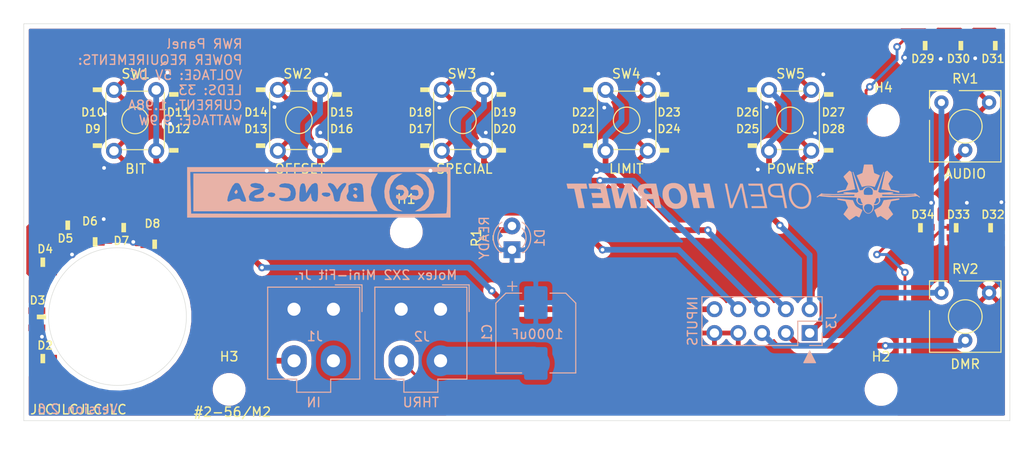
<source format=kicad_pcb>
(kicad_pcb (version 20171130) (host pcbnew "(5.1.12-1-10_14)")
  (title_block (title "ABSIS NANO GENERAL I/O") (date 2017-12-26) (rev -) (company "F/A-18C SIMPIT") (comment 1 "JOHN STEENSEN"))
  (layers (0 F.Cu signal hide) (31 B.Cu signal) (34 B.Paste user hide) (35 F.Paste user hide) (36 B.SilkS user) (37 F.SilkS user) (38 B.Mask user hide) (39 F.Mask user hide) (44 Edge.Cuts user))
  (net 0 "")
  (net 1 GND)
  (net 2 "Net-(D1-Pad2)")
  (net 3 /SPECIAL_SW)
  (net 4 /OFFSET_SW)
  (net 5 /BIT_SW)
  (net 6 /LIMIT_SW)
  (net 7 /POWER_SW)
  (net 8 /BL_+5V)
  (net 9 /BL_DIN)
  (net 10 "Net-(D2-Pad1)")
  (net 11 "Net-(D3-Pad1)")
  (net 12 "Net-(D4-Pad1)")
  (net 13 "Net-(D5-Pad1)")
  (net 14 "Net-(D6-Pad1)")
  (net 15 "Net-(D7-Pad1)")
  (net 16 "Net-(D8-Pad1)")
  (net 17 /BL_DATA1)
  (net 18 "Net-(D10-Pad1)")
  (net 19 "Net-(D11-Pad1)")
  (net 20 "Net-(D12-Pad1)")
  (net 21 "Net-(D13-Pad1)")
  (net 22 "Net-(D14-Pad1)")
  (net 23 "Net-(D15-Pad1)")
  (net 24 "Net-(D16-Pad1)")
  (net 25 /BL_DATA2)
  (net 26 "Net-(D18-Pad1)")
  (net 27 "Net-(D19-Pad1)")
  (net 28 "Net-(D20-Pad1)")
  (net 29 "Net-(D21-Pad1)")
  (net 30 "Net-(D22-Pad1)")
  (net 31 "Net-(D23-Pad1)")
  (net 32 "Net-(D24-Pad1)")
  (net 33 "Net-(D26-Pad1)")
  (net 34 "Net-(D27-Pad1)")
  (net 35 "Net-(D28-Pad1)")
  (net 36 "Net-(D29-Pad1)")
  (net 37 "Net-(D30-Pad1)")
  (net 38 "Net-(D31-Pad1)")
  (net 39 "Net-(D32-Pad1)")
  (net 40 /BL_DOUT)
  (net 41 /A_DMR)
  (net 42 /A_AUDIO)
  (net 43 +5V)
  (net 44 /BL_DATA3)
  (net 45 /BL_DATA4)
  (module Openhornet:CC-BY-NC-SA-Small (layer B.Cu) (at 158.285608 99.615561 180)
    (fp_text reference G*** hide)
    (fp_text value LOGO hide)
  )
  (module Openhornet:OH_LOGO_37.7mm_5.9mm (layer B.Cu) (at 203.475608 99.617739 180)
    (fp_text reference G*** hide)
    (fp_text value LOGO hide)
  )
  (module "KiCAD Libraries:WS2812-2020" (layer F.Cu) (at 222.620608 103.894084 180)
    (fp_text reference D34 (at 0 1.905) (layer F.SilkS) (effects (font (size 0.85 0.85))))
    (fp_text value LED hide)
    (pad 4 smd rect (at -0.915 0.55 180) (size 0.7 0.7) (layers F.Cu F.Paste F.Mask) (net 8 /BL_+5V))
    (pad 3 smd rect (at -0.915 -0.55 180) (size 0.7 0.7) (layers F.Cu F.Paste F.Mask) (net 45 /BL_DATA4))
    (pad 2 smd rect (at 0.915 -0.55 180) (size 0.7 0.7) (layers F.Cu F.Paste F.Mask) (net 1 GND))
    (pad 1 smd rect (at 0.915 0.55 180) (size 0.7 0.7) (layers F.Cu F.Paste F.Mask) (net 40 /BL_DOUT))
  )
  (module Button_Switch_THT:SW_TH_Tactile_Omron_B3F-10xx (layer F.Cu) (at 206.22128 95.175535 90)
    (fp_text reference SW5 (at 8.225974 2.302328 180) (layer F.SilkS))
    (fp_text value POWER (at -1.934026 2.302328 180) (layer F.SilkS))
    (pad 1 thru_hole circle (at 0 0 90) (size 1.7 1.7) (drill 1) (layers *.Cu *.Mask) (net 7 /POWER_SW))
    (pad 2 thru_hole circle (at 6.5 0 90) (size 1.7 1.7) (drill 1) (layers *.Cu *.Mask) (net 7 /POWER_SW))
    (pad 3 thru_hole circle (at 0 4.5 90) (size 1.7 1.7) (drill 1) (layers *.Cu *.Mask) (net 1 GND))
    (pad 4 thru_hole circle (at 6.5 4.5 90) (size 1.7 1.7) (drill 1) (layers *.Cu *.Mask) (net 1 GND))
  )
  (module Button_Switch_THT:SW_TH_Tactile_Omron_B3F-10xx (layer F.Cu) (at 188.784181 95.175535 90)
    (fp_text reference SW4 (at 8.225974 2.213427 180) (layer F.SilkS))
    (fp_text value LIMIT (at -1.934026 2.213427 180) (layer F.SilkS))
    (pad 1 thru_hole circle (at 0 0 90) (size 1.7 1.7) (drill 1) (layers *.Cu *.Mask) (net 6 /LIMIT_SW))
    (pad 2 thru_hole circle (at 6.5 0 90) (size 1.7 1.7) (drill 1) (layers *.Cu *.Mask) (net 6 /LIMIT_SW))
    (pad 3 thru_hole circle (at 0 4.5 90) (size 1.7 1.7) (drill 1) (layers *.Cu *.Mask) (net 1 GND))
    (pad 4 thru_hole circle (at 6.5 4.5 90) (size 1.7 1.7) (drill 1) (layers *.Cu *.Mask) (net 1 GND))
  )
  (module Button_Switch_THT:SW_TH_Tactile_Omron_B3F-10xx (layer F.Cu) (at 175.817482 88.673135 270)
    (fp_text reference SW3 (at -1.723574 2.345874 180) (layer F.SilkS))
    (fp_text value SPECIAL (at 8.436426 2.091874 180) (layer F.SilkS))
    (pad 1 thru_hole circle (at 0 0 270) (size 1.7 1.7) (drill 1) (layers *.Cu *.Mask) (net 3 /SPECIAL_SW))
    (pad 2 thru_hole circle (at 6.5 0 270) (size 1.7 1.7) (drill 1) (layers *.Cu *.Mask) (net 3 /SPECIAL_SW))
    (pad 3 thru_hole circle (at 0 4.5 270) (size 1.7 1.7) (drill 1) (layers *.Cu *.Mask) (net 1 GND))
    (pad 4 thru_hole circle (at 6.5 4.5 270) (size 1.7 1.7) (drill 1) (layers *.Cu *.Mask) (net 1 GND))
  )
  (module Button_Switch_THT:SW_TH_Tactile_Omron_B3F-10xx (layer F.Cu) (at 158.329581 88.673135 270)
    (fp_text reference SW2 (at -1.723574 2.383973 180) (layer F.SilkS))
    (fp_text value OFFSET (at 8.436426 2.129973 180) (layer F.SilkS))
    (pad 1 thru_hole circle (at 0 0 270) (size 1.7 1.7) (drill 1) (layers *.Cu *.Mask) (net 4 /OFFSET_SW))
    (pad 2 thru_hole circle (at 6.5 0 270) (size 1.7 1.7) (drill 1) (layers *.Cu *.Mask) (net 4 /OFFSET_SW))
    (pad 3 thru_hole circle (at 0 4.5 270) (size 1.7 1.7) (drill 1) (layers *.Cu *.Mask) (net 1 GND))
    (pad 4 thru_hole circle (at 6.5 4.5 270) (size 1.7 1.7) (drill 1) (layers *.Cu *.Mask) (net 1 GND))
  )
  (module Button_Switch_THT:SW_TH_Tactile_Omron_B3F-10xx (layer F.Cu) (at 140.854381 88.685835 270)
    (fp_text reference SW1 (at -1.736274 2.180773 180) (layer F.SilkS))
    (fp_text value BIT (at 8.423726 2.180773 180) (layer F.SilkS))
    (pad 1 thru_hole circle (at 0 0 270) (size 1.7 1.7) (drill 1) (layers *.Cu *.Mask) (net 5 /BIT_SW))
    (pad 2 thru_hole circle (at 6.5 0 270) (size 1.7 1.7) (drill 1) (layers *.Cu *.Mask) (net 5 /BIT_SW))
    (pad 3 thru_hole circle (at 0 4.5 270) (size 1.7 1.7) (drill 1) (layers *.Cu *.Mask) (net 1 GND))
    (pad 4 thru_hole circle (at 6.5 4.5 270) (size 1.7 1.7) (drill 1) (layers *.Cu *.Mask) (net 1 GND))
  )
  (module "KiCAD Libraries:Bourns_3310Y" (layer F.Cu) (at 227.150881 112.879335)
    (fp_text reference RV2 (at 0 -5.08) (layer F.SilkS))
    (fp_text value DMR (at 0 5.08) (layer F.SilkS))
    (pad 3 thru_hole circle (at 2.54 -2.54) (size 1.524 1.524) (drill 0.762) (layers *.Cu *.Mask) (net 1 GND))
    (pad 2 thru_hole circle (at 0 2.54) (size 1.524 1.524) (drill 0.762) (layers *.Cu *.Mask) (net 41 /A_DMR))
    (pad 1 thru_hole circle (at -2.54 -2.54) (size 1.524 1.524) (drill 0.762) (layers *.Cu *.Mask) (net 43 +5V))
  )
  (module "KiCAD Libraries:Bourns_3310Y" (layer F.Cu) (at 227.150881 92.559335)
    (fp_text reference RV1 (at 0 -5.08) (layer F.SilkS))
    (fp_text value AUDIO (at 0 5.08) (layer F.SilkS))
    (pad 3 thru_hole circle (at 2.54 -2.54) (size 1.524 1.524) (drill 0.762) (layers *.Cu *.Mask) (net 1 GND))
    (pad 2 thru_hole circle (at 0 2.54) (size 1.524 1.524) (drill 0.762) (layers *.Cu *.Mask) (net 42 /A_AUDIO))
    (pad 1 thru_hole circle (at -2.54 -2.54) (size 1.524 1.524) (drill 0.762) (layers *.Cu *.Mask) (net 43 +5V))
  )
  (module Resistor_SMD:R_0603_1608Metric (layer F.Cu) (at 176.265608 104.475561 270)
    (fp_text reference R1 (at 0 1.27 90) (layer F.SilkS))
    (fp_text value R)
    (pad 2 smd roundrect (at 0.825 0 270) (size 0.8 0.95) (layers F.Cu F.Paste F.Mask) (net 1 GND))
    (pad 1 smd roundrect (at -0.825 0 270) (size 0.8 0.95) (layers F.Cu F.Paste F.Mask) (net 2 "Net-(D1-Pad2)"))
  )
  (module Connector_PinHeader_2.54mm:PinHeader_2x05_P2.54mm_Vertical (layer B.Cu) (at 210.555608 114.635561 90)
    (fp_text reference J3 (at 1.27 2.33 90) (layer B.SilkS) (effects (justify mirror)))
    (fp_text value INPUTS (at 1.27 -12.49 90) (layer B.SilkS) (effects (justify mirror)))
    (pad 10 thru_hole oval (at 2.54 -10.16 90) (size 1.7 1.7) (drill 1) (layers *.Cu *.Mask) (net 5 /BIT_SW))
    (pad 9 thru_hole oval (at 0 -10.16 90) (size 1.7 1.7) (drill 1) (layers *.Cu *.Mask) (net 1 GND))
    (pad 8 thru_hole oval (at 2.54 -7.62 90) (size 1.7 1.7) (drill 1) (layers *.Cu *.Mask) (net 4 /OFFSET_SW))
    (pad 7 thru_hole oval (at 0 -7.62 90) (size 1.7 1.7) (drill 1) (layers *.Cu *.Mask) (net 1 GND))
    (pad 6 thru_hole oval (at 2.54 -5.08 90) (size 1.7 1.7) (drill 1) (layers *.Cu *.Mask) (net 3 /SPECIAL_SW))
    (pad 5 thru_hole oval (at 0 -5.08 90) (size 1.7 1.7) (drill 1) (layers *.Cu *.Mask) (net 43 +5V))
    (pad 4 thru_hole oval (at 2.54 -2.54 90) (size 1.7 1.7) (drill 1) (layers *.Cu *.Mask) (net 6 /LIMIT_SW))
    (pad 3 thru_hole oval (at 0 -2.54 90) (size 1.7 1.7) (drill 1) (layers *.Cu *.Mask) (net 41 /A_DMR))
    (pad 2 thru_hole oval (at 2.54 0 90) (size 1.7 1.7) (drill 1) (layers *.Cu *.Mask) (net 7 /POWER_SW))
    (pad 1 thru_hole rect (at 0 0 90) (size 1.7 1.7) (drill 1) (layers *.Cu *.Mask) (net 42 /A_AUDIO))
  )
  (module Connector_Molex:Molex_Mini-Fit_Jr_5566-04A_2x02_P4.20mm_Vertical (layer B.Cu) (at 171.185608 112.095561 180)
    (fp_text reference J2 (at 1.99 -2.93) (layer B.SilkS) (effects (justify mirror)))
    (fp_text value THRU (at 2.1 -9.95) (layer B.SilkS) (effects (justify mirror)))
    (pad 4 thru_hole oval (at 4.2 -5.5 180) (size 2.7 3.3) (drill 1.4) (layers *.Cu *.Mask) (net 40 /BL_DOUT))
    (pad 3 thru_hole oval (at 0 -5.5 180) (size 2.7 3.3) (drill 1.4) (layers *.Cu *.Mask) (net 1 GND))
    (pad 2 thru_hole oval (at 4.2 0 180) (size 2.7 3.3) (drill 1.4) (layers *.Cu *.Mask) (net 8 /BL_+5V))
    (pad 1 thru_hole roundrect (at 0 0 180) (size 2.7 3.3) (drill 1.4) (layers *.Cu *.Mask) (roundrect_rratio 0.09259296296296296) (net 8 /BL_+5V))
  )
  (module Connector_Molex:Molex_Mini-Fit_Jr_5566-04A_2x02_P4.20mm_Vertical (layer B.Cu) (at 159.755608 112.095561 180)
    (fp_text reference J1 (at 1.98 -2.9) (layer B.SilkS) (effects (justify mirror)))
    (fp_text value IN (at 2.1 -9.95) (layer B.SilkS) (effects (justify mirror)))
    (pad 4 thru_hole oval (at 4.2 -5.5 180) (size 2.7 3.3) (drill 1.4) (layers *.Cu *.Mask) (net 9 /BL_DIN))
    (pad 3 thru_hole oval (at 0 -5.5 180) (size 2.7 3.3) (drill 1.4) (layers *.Cu *.Mask) (net 1 GND))
    (pad 2 thru_hole oval (at 4.2 0 180) (size 2.7 3.3) (drill 1.4) (layers *.Cu *.Mask) (net 8 /BL_+5V))
    (pad 1 thru_hole roundrect (at 0 0 180) (size 2.7 3.3) (drill 1.4) (layers *.Cu *.Mask) (roundrect_rratio 0.09259296296296296) (net 8 /BL_+5V))
  )
  (module MountingHole:MountingHole_2.5mm (layer F.Cu) (at 218.419631 91.924335)
    (fp_text reference H4 (at 0 -3.5) (layer F.SilkS))
    (fp_text value MountingHole)
    (pad 1 np_thru_hole circle (at 0 0) (size 2.5 2.5) (drill 2.5) (layers *.Cu *.Mask))
  )
  (module MountingHole:MountingHole_2.5mm (layer F.Cu) (at 148.633132 120.658084)
    (fp_text reference H3 (at 0 -3.5) (layer F.SilkS))
    (fp_text value MountingHole)
    (pad 1 np_thru_hole circle (at 0 0) (size 2.5 2.5) (drill 2.5) (layers *.Cu *.Mask))
  )
  (module MountingHole:MountingHole_2.5mm (layer F.Cu) (at 218.16563 120.658084)
    (fp_text reference H2 (at 0 -3.5) (layer F.SilkS))
    (fp_text value MountingHole)
    (pad 1 np_thru_hole circle (at 0 0) (size 2.5 2.5) (drill 2.5) (layers *.Cu *.Mask))
  )
  (module MountingHole:MountingHole_2.5mm (layer F.Cu) (at 167.533132 103.830585)
    (fp_text reference H1 (at 0 -3.5) (layer F.SilkS))
    (fp_text value MountingHole)
    (pad 1 np_thru_hole circle (at 0 0) (size 2.5 2.5) (drill 2.5) (layers *.Cu *.Mask))
  )
  (module "KiCAD Libraries:WS2812-2020" (layer F.Cu) (at 226.430608 103.894084 180)
    (fp_text reference D33 (at 0 1.905) (layer F.SilkS) (effects (font (size 0.85 0.85))))
    (fp_text value LED hide)
    (pad 4 smd rect (at -0.915 0.55 180) (size 0.7 0.7) (layers F.Cu F.Paste F.Mask) (net 8 /BL_+5V))
    (pad 3 smd rect (at -0.915 -0.55 180) (size 0.7 0.7) (layers F.Cu F.Paste F.Mask) (net 39 "Net-(D32-Pad1)"))
    (pad 2 smd rect (at 0.915 -0.55 180) (size 0.7 0.7) (layers F.Cu F.Paste F.Mask) (net 1 GND))
    (pad 1 smd rect (at 0.915 0.55 180) (size 0.7 0.7) (layers F.Cu F.Paste F.Mask) (net 45 /BL_DATA4))
  )
  (module "KiCAD Libraries:WS2812-2020" (layer F.Cu) (at 230.10363 103.894084 180)
    (fp_text reference D32 (at 0 1.905) (layer F.SilkS) (effects (font (size 0.85 0.85))))
    (fp_text value LED hide)
    (pad 4 smd rect (at -0.915 0.55 180) (size 0.7 0.7) (layers F.Cu F.Paste F.Mask) (net 8 /BL_+5V))
    (pad 3 smd rect (at -0.915 -0.55 180) (size 0.7 0.7) (layers F.Cu F.Paste F.Mask) (net 38 "Net-(D31-Pad1)"))
    (pad 2 smd rect (at 0.915 -0.55 180) (size 0.7 0.7) (layers F.Cu F.Paste F.Mask) (net 1 GND))
    (pad 1 smd rect (at 0.915 0.55 180) (size 0.7 0.7) (layers F.Cu F.Paste F.Mask) (net 39 "Net-(D32-Pad1)"))
  )
  (module "KiCAD Libraries:WS2812-2020" (layer F.Cu) (at 230.10363 83.447084)
    (fp_text reference D31 (at 0 1.905) (layer F.SilkS) (effects (font (size 0.85 0.85))))
    (fp_text value LED hide)
    (pad 4 smd rect (at -0.915 0.55) (size 0.7 0.7) (layers F.Cu F.Paste F.Mask) (net 8 /BL_+5V))
    (pad 3 smd rect (at -0.915 -0.55) (size 0.7 0.7) (layers F.Cu F.Paste F.Mask) (net 37 "Net-(D30-Pad1)"))
    (pad 2 smd rect (at 0.915 -0.55) (size 0.7 0.7) (layers F.Cu F.Paste F.Mask) (net 1 GND))
    (pad 1 smd rect (at 0.915 0.55) (size 0.7 0.7) (layers F.Cu F.Paste F.Mask) (net 38 "Net-(D31-Pad1)"))
  )
  (module "KiCAD Libraries:WS2812-2020" (layer F.Cu) (at 226.430608 83.447084)
    (fp_text reference D30 (at 0 1.905) (layer F.SilkS) (effects (font (size 0.85 0.85))))
    (fp_text value LED hide)
    (pad 4 smd rect (at -0.915 0.55) (size 0.7 0.7) (layers F.Cu F.Paste F.Mask) (net 8 /BL_+5V))
    (pad 3 smd rect (at -0.915 -0.55) (size 0.7 0.7) (layers F.Cu F.Paste F.Mask) (net 36 "Net-(D29-Pad1)"))
    (pad 2 smd rect (at 0.915 -0.55) (size 0.7 0.7) (layers F.Cu F.Paste F.Mask) (net 1 GND))
    (pad 1 smd rect (at 0.915 0.55) (size 0.7 0.7) (layers F.Cu F.Paste F.Mask) (net 37 "Net-(D30-Pad1)"))
  )
  (module "KiCAD Libraries:WS2812-2020" (layer F.Cu) (at 222.620608 83.447084)
    (fp_text reference D29 (at 0 1.905) (layer F.SilkS) (effects (font (size 0.85 0.85))))
    (fp_text value LED hide)
    (pad 4 smd rect (at -0.915 0.55) (size 0.7 0.7) (layers F.Cu F.Paste F.Mask) (net 8 /BL_+5V))
    (pad 3 smd rect (at -0.915 -0.55) (size 0.7 0.7) (layers F.Cu F.Paste F.Mask) (net 35 "Net-(D28-Pad1)"))
    (pad 2 smd rect (at 0.915 -0.55) (size 0.7 0.7) (layers F.Cu F.Paste F.Mask) (net 1 GND))
    (pad 1 smd rect (at 0.915 0.55) (size 0.7 0.7) (layers F.Cu F.Paste F.Mask) (net 36 "Net-(D29-Pad1)"))
  )
  (module "KiCAD Libraries:WS2812-2020" (layer F.Cu) (at 213.08563 94.877084 270)
    (fp_text reference D28 (at -2.032 0 180) (layer F.SilkS) (effects (font (size 0.85 0.85))))
    (fp_text value LED hide)
    (pad 4 smd rect (at -0.915 0.55 270) (size 0.7 0.7) (layers F.Cu F.Paste F.Mask) (net 8 /BL_+5V))
    (pad 3 smd rect (at -0.915 -0.55 270) (size 0.7 0.7) (layers F.Cu F.Paste F.Mask) (net 34 "Net-(D27-Pad1)"))
    (pad 2 smd rect (at 0.915 -0.55 270) (size 0.7 0.7) (layers F.Cu F.Paste F.Mask) (net 1 GND))
    (pad 1 smd rect (at 0.915 0.55 270) (size 0.7 0.7) (layers F.Cu F.Paste F.Mask) (net 35 "Net-(D28-Pad1)"))
  )
  (module "KiCAD Libraries:WS2812-2020" (layer F.Cu) (at 213.08563 88.908084 270)
    (fp_text reference D27 (at 2.159 0 180) (layer F.SilkS) (effects (font (size 0.85 0.85))))
    (fp_text value LED hide)
    (pad 4 smd rect (at -0.915 0.55 270) (size 0.7 0.7) (layers F.Cu F.Paste F.Mask) (net 8 /BL_+5V))
    (pad 3 smd rect (at -0.915 -0.55 270) (size 0.7 0.7) (layers F.Cu F.Paste F.Mask) (net 33 "Net-(D26-Pad1)"))
    (pad 2 smd rect (at 0.915 -0.55 270) (size 0.7 0.7) (layers F.Cu F.Paste F.Mask) (net 1 GND))
    (pad 1 smd rect (at 0.915 0.55 270) (size 0.7 0.7) (layers F.Cu F.Paste F.Mask) (net 34 "Net-(D27-Pad1)"))
  )
  (module "KiCAD Libraries:WS2812-2020" (layer F.Cu) (at 203.94163 88.908084 90)
    (fp_text reference D26 (at -2.159 0 180) (layer F.SilkS) (effects (font (size 0.85 0.85))))
    (fp_text value LED hide)
    (pad 4 smd rect (at -0.915 0.55 90) (size 0.7 0.7) (layers F.Cu F.Paste F.Mask) (net 8 /BL_+5V))
    (pad 3 smd rect (at -0.915 -0.55 90) (size 0.7 0.7) (layers F.Cu F.Paste F.Mask) (net 44 /BL_DATA3))
    (pad 2 smd rect (at 0.915 -0.55 90) (size 0.7 0.7) (layers F.Cu F.Paste F.Mask) (net 1 GND))
    (pad 1 smd rect (at 0.915 0.55 90) (size 0.7 0.7) (layers F.Cu F.Paste F.Mask) (net 33 "Net-(D26-Pad1)"))
  )
  (module "KiCAD Libraries:WS2812-2020" (layer F.Cu) (at 203.94163 94.877084 90)
    (fp_text reference D25 (at 2.032 0 180) (layer F.SilkS) (effects (font (size 0.85 0.85))))
    (fp_text value LED hide)
    (pad 4 smd rect (at -0.915 0.55 90) (size 0.7 0.7) (layers F.Cu F.Paste F.Mask) (net 8 /BL_+5V))
    (pad 3 smd rect (at -0.915 -0.55 90) (size 0.7 0.7) (layers F.Cu F.Paste F.Mask) (net 32 "Net-(D24-Pad1)"))
    (pad 2 smd rect (at 0.915 -0.55 90) (size 0.7 0.7) (layers F.Cu F.Paste F.Mask) (net 1 GND))
    (pad 1 smd rect (at 0.915 0.55 90) (size 0.7 0.7) (layers F.Cu F.Paste F.Mask) (net 44 /BL_DATA3))
  )
  (module "KiCAD Libraries:WS2812-2020" (layer F.Cu) (at 195.55963 94.877084 270)
    (fp_text reference D24 (at -2.032 0 180) (layer F.SilkS) (effects (font (size 0.85 0.85))))
    (fp_text value LED hide)
    (pad 4 smd rect (at -0.915 0.55 270) (size 0.7 0.7) (layers F.Cu F.Paste F.Mask) (net 8 /BL_+5V))
    (pad 3 smd rect (at -0.915 -0.55 270) (size 0.7 0.7) (layers F.Cu F.Paste F.Mask) (net 31 "Net-(D23-Pad1)"))
    (pad 2 smd rect (at 0.915 -0.55 270) (size 0.7 0.7) (layers F.Cu F.Paste F.Mask) (net 1 GND))
    (pad 1 smd rect (at 0.915 0.55 270) (size 0.7 0.7) (layers F.Cu F.Paste F.Mask) (net 32 "Net-(D24-Pad1)"))
  )
  (module "KiCAD Libraries:WS2812-2020" (layer F.Cu) (at 195.55963 88.908084 270)
    (fp_text reference D23 (at 2.159 0 180) (layer F.SilkS) (effects (font (size 0.85 0.85))))
    (fp_text value LED hide)
    (pad 4 smd rect (at -0.915 0.55 270) (size 0.7 0.7) (layers F.Cu F.Paste F.Mask) (net 8 /BL_+5V))
    (pad 3 smd rect (at -0.915 -0.55 270) (size 0.7 0.7) (layers F.Cu F.Paste F.Mask) (net 30 "Net-(D22-Pad1)"))
    (pad 2 smd rect (at 0.915 -0.55 270) (size 0.7 0.7) (layers F.Cu F.Paste F.Mask) (net 1 GND))
    (pad 1 smd rect (at 0.915 0.55 270) (size 0.7 0.7) (layers F.Cu F.Paste F.Mask) (net 31 "Net-(D23-Pad1)"))
  )
  (module "KiCAD Libraries:WS2812-2020" (layer F.Cu) (at 186.41563 88.908084 90)
    (fp_text reference D22 (at -2.159 0 180) (layer F.SilkS) (effects (font (size 0.85 0.85))))
    (fp_text value LED hide)
    (pad 4 smd rect (at -0.915 0.55 90) (size 0.7 0.7) (layers F.Cu F.Paste F.Mask) (net 8 /BL_+5V))
    (pad 3 smd rect (at -0.915 -0.55 90) (size 0.7 0.7) (layers F.Cu F.Paste F.Mask) (net 29 "Net-(D21-Pad1)"))
    (pad 2 smd rect (at 0.915 -0.55 90) (size 0.7 0.7) (layers F.Cu F.Paste F.Mask) (net 1 GND))
    (pad 1 smd rect (at 0.915 0.55 90) (size 0.7 0.7) (layers F.Cu F.Paste F.Mask) (net 30 "Net-(D22-Pad1)"))
  )
  (module "KiCAD Libraries:WS2812-2020" (layer F.Cu) (at 186.41563 94.877084 90)
    (fp_text reference D21 (at 2.032 0 180) (layer F.SilkS) (effects (font (size 0.85 0.85))))
    (fp_text value LED hide)
    (pad 4 smd rect (at -0.915 0.55 90) (size 0.7 0.7) (layers F.Cu F.Paste F.Mask) (net 8 /BL_+5V))
    (pad 3 smd rect (at -0.915 -0.55 90) (size 0.7 0.7) (layers F.Cu F.Paste F.Mask) (net 28 "Net-(D20-Pad1)"))
    (pad 2 smd rect (at 0.915 -0.55 90) (size 0.7 0.7) (layers F.Cu F.Paste F.Mask) (net 1 GND))
    (pad 1 smd rect (at 0.915 0.55 90) (size 0.7 0.7) (layers F.Cu F.Paste F.Mask) (net 29 "Net-(D21-Pad1)"))
  )
  (module "KiCAD Libraries:WS2812-2020" (layer F.Cu) (at 178.16063 94.877084 270)
    (fp_text reference D20 (at -2.032 0.127 180) (layer F.SilkS) (effects (font (size 0.85 0.85))))
    (fp_text value LED hide)
    (pad 4 smd rect (at -0.915 0.55 270) (size 0.7 0.7) (layers F.Cu F.Paste F.Mask) (net 8 /BL_+5V))
    (pad 3 smd rect (at -0.915 -0.55 270) (size 0.7 0.7) (layers F.Cu F.Paste F.Mask) (net 27 "Net-(D19-Pad1)"))
    (pad 2 smd rect (at 0.915 -0.55 270) (size 0.7 0.7) (layers F.Cu F.Paste F.Mask) (net 1 GND))
    (pad 1 smd rect (at 0.915 0.55 270) (size 0.7 0.7) (layers F.Cu F.Paste F.Mask) (net 28 "Net-(D20-Pad1)"))
  )
  (module "KiCAD Libraries:WS2812-2020" (layer F.Cu) (at 178.16063 88.908084 270)
    (fp_text reference D19 (at 2.159 0.127 180) (layer F.SilkS) (effects (font (size 0.85 0.85))))
    (fp_text value LED hide)
    (pad 4 smd rect (at -0.915 0.55 270) (size 0.7 0.7) (layers F.Cu F.Paste F.Mask) (net 8 /BL_+5V))
    (pad 3 smd rect (at -0.915 -0.55 270) (size 0.7 0.7) (layers F.Cu F.Paste F.Mask) (net 26 "Net-(D18-Pad1)"))
    (pad 2 smd rect (at 0.915 -0.55 270) (size 0.7 0.7) (layers F.Cu F.Paste F.Mask) (net 1 GND))
    (pad 1 smd rect (at 0.915 0.55 270) (size 0.7 0.7) (layers F.Cu F.Paste F.Mask) (net 27 "Net-(D19-Pad1)"))
  )
  (module "KiCAD Libraries:WS2812-2020" (layer F.Cu) (at 169.01663 88.908084 90)
    (fp_text reference D18 (at -2.159 0 180) (layer F.SilkS) (effects (font (size 0.85 0.85))))
    (fp_text value LED hide)
    (pad 4 smd rect (at -0.915 0.55 90) (size 0.7 0.7) (layers F.Cu F.Paste F.Mask) (net 8 /BL_+5V))
    (pad 3 smd rect (at -0.915 -0.55 90) (size 0.7 0.7) (layers F.Cu F.Paste F.Mask) (net 25 /BL_DATA2))
    (pad 2 smd rect (at 0.915 -0.55 90) (size 0.7 0.7) (layers F.Cu F.Paste F.Mask) (net 1 GND))
    (pad 1 smd rect (at 0.915 0.55 90) (size 0.7 0.7) (layers F.Cu F.Paste F.Mask) (net 26 "Net-(D18-Pad1)"))
  )
  (module "KiCAD Libraries:WS2812-2020" (layer F.Cu) (at 169.01663 94.877084 90)
    (fp_text reference D17 (at 2.032 0 180) (layer F.SilkS) (effects (font (size 0.85 0.85))))
    (fp_text value LED hide)
    (pad 4 smd rect (at -0.915 0.55 90) (size 0.7 0.7) (layers F.Cu F.Paste F.Mask) (net 8 /BL_+5V))
    (pad 3 smd rect (at -0.915 -0.55 90) (size 0.7 0.7) (layers F.Cu F.Paste F.Mask) (net 24 "Net-(D16-Pad1)"))
    (pad 2 smd rect (at 0.915 -0.55 90) (size 0.7 0.7) (layers F.Cu F.Paste F.Mask) (net 1 GND))
    (pad 1 smd rect (at 0.915 0.55 90) (size 0.7 0.7) (layers F.Cu F.Paste F.Mask) (net 25 /BL_DATA2))
  )
  (module "KiCAD Libraries:WS2812-2020" (layer F.Cu) (at 160.63463 94.877084 270)
    (fp_text reference D16 (at -2.032 0 180) (layer F.SilkS) (effects (font (size 0.85 0.85))))
    (fp_text value LED hide)
    (pad 4 smd rect (at -0.915 0.55 270) (size 0.7 0.7) (layers F.Cu F.Paste F.Mask) (net 8 /BL_+5V))
    (pad 3 smd rect (at -0.915 -0.55 270) (size 0.7 0.7) (layers F.Cu F.Paste F.Mask) (net 23 "Net-(D15-Pad1)"))
    (pad 2 smd rect (at 0.915 -0.55 270) (size 0.7 0.7) (layers F.Cu F.Paste F.Mask) (net 1 GND))
    (pad 1 smd rect (at 0.915 0.55 270) (size 0.7 0.7) (layers F.Cu F.Paste F.Mask) (net 24 "Net-(D16-Pad1)"))
  )
  (module "KiCAD Libraries:WS2812-2020" (layer F.Cu) (at 160.63463 88.908084 270)
    (fp_text reference D15 (at 2.159 0 180) (layer F.SilkS) (effects (font (size 0.85 0.85))))
    (fp_text value LED hide)
    (pad 4 smd rect (at -0.915 0.55 270) (size 0.7 0.7) (layers F.Cu F.Paste F.Mask) (net 8 /BL_+5V))
    (pad 3 smd rect (at -0.915 -0.55 270) (size 0.7 0.7) (layers F.Cu F.Paste F.Mask) (net 22 "Net-(D14-Pad1)"))
    (pad 2 smd rect (at 0.915 -0.55 270) (size 0.7 0.7) (layers F.Cu F.Paste F.Mask) (net 1 GND))
    (pad 1 smd rect (at 0.915 0.55 270) (size 0.7 0.7) (layers F.Cu F.Paste F.Mask) (net 23 "Net-(D15-Pad1)"))
  )
  (module "KiCAD Libraries:WS2812-2020" (layer F.Cu) (at 151.49063 88.908084 90)
    (fp_text reference D14 (at -2.159 0 180) (layer F.SilkS) (effects (font (size 0.85 0.85))))
    (fp_text value LED hide)
    (pad 4 smd rect (at -0.915 0.55 90) (size 0.7 0.7) (layers F.Cu F.Paste F.Mask) (net 8 /BL_+5V))
    (pad 3 smd rect (at -0.915 -0.55 90) (size 0.7 0.7) (layers F.Cu F.Paste F.Mask) (net 21 "Net-(D13-Pad1)"))
    (pad 2 smd rect (at 0.915 -0.55 90) (size 0.7 0.7) (layers F.Cu F.Paste F.Mask) (net 1 GND))
    (pad 1 smd rect (at 0.915 0.55 90) (size 0.7 0.7) (layers F.Cu F.Paste F.Mask) (net 22 "Net-(D14-Pad1)"))
  )
  (module "KiCAD Libraries:WS2812-2020" (layer F.Cu) (at 151.49063 94.877084 90)
    (fp_text reference D13 (at 2.032 0 180) (layer F.SilkS) (effects (font (size 0.85 0.85))))
    (fp_text value LED hide)
    (pad 4 smd rect (at -0.915 0.55 90) (size 0.7 0.7) (layers F.Cu F.Paste F.Mask) (net 8 /BL_+5V))
    (pad 3 smd rect (at -0.915 -0.55 90) (size 0.7 0.7) (layers F.Cu F.Paste F.Mask) (net 20 "Net-(D12-Pad1)"))
    (pad 2 smd rect (at 0.915 -0.55 90) (size 0.7 0.7) (layers F.Cu F.Paste F.Mask) (net 1 GND))
    (pad 1 smd rect (at 0.915 0.55 90) (size 0.7 0.7) (layers F.Cu F.Paste F.Mask) (net 21 "Net-(D13-Pad1)"))
  )
  (module "KiCAD Libraries:WS2812-2020" (layer F.Cu) (at 143.23563 94.877084 270)
    (fp_text reference D12 (at -2.032 0 180) (layer F.SilkS) (effects (font (size 0.85 0.85))))
    (fp_text value LED hide)
    (pad 4 smd rect (at -0.915 0.55 270) (size 0.7 0.7) (layers F.Cu F.Paste F.Mask) (net 8 /BL_+5V))
    (pad 3 smd rect (at -0.915 -0.55 270) (size 0.7 0.7) (layers F.Cu F.Paste F.Mask) (net 19 "Net-(D11-Pad1)"))
    (pad 2 smd rect (at 0.915 -0.55 270) (size 0.7 0.7) (layers F.Cu F.Paste F.Mask) (net 1 GND))
    (pad 1 smd rect (at 0.915 0.55 270) (size 0.7 0.7) (layers F.Cu F.Paste F.Mask) (net 20 "Net-(D12-Pad1)"))
  )
  (module "KiCAD Libraries:WS2812-2020" (layer F.Cu) (at 143.23563 88.908084 270)
    (fp_text reference D11 (at 2.159 0 180) (layer F.SilkS) (effects (font (size 0.85 0.85))))
    (fp_text value LED hide)
    (pad 4 smd rect (at -0.915 0.55 270) (size 0.7 0.7) (layers F.Cu F.Paste F.Mask) (net 8 /BL_+5V))
    (pad 3 smd rect (at -0.915 -0.55 270) (size 0.7 0.7) (layers F.Cu F.Paste F.Mask) (net 18 "Net-(D10-Pad1)"))
    (pad 2 smd rect (at 0.915 -0.55 270) (size 0.7 0.7) (layers F.Cu F.Paste F.Mask) (net 1 GND))
    (pad 1 smd rect (at 0.915 0.55 270) (size 0.7 0.7) (layers F.Cu F.Paste F.Mask) (net 19 "Net-(D11-Pad1)"))
  )
  (module "KiCAD Libraries:WS2812-2020" (layer F.Cu) (at 134.09163 88.908084 90)
    (fp_text reference D10 (at -2.159 0 180) (layer F.SilkS) (effects (font (size 0.85 0.85))))
    (fp_text value LED hide)
    (pad 4 smd rect (at -0.915 0.55 90) (size 0.7 0.7) (layers F.Cu F.Paste F.Mask) (net 8 /BL_+5V))
    (pad 3 smd rect (at -0.915 -0.55 90) (size 0.7 0.7) (layers F.Cu F.Paste F.Mask) (net 17 /BL_DATA1))
    (pad 2 smd rect (at 0.915 -0.55 90) (size 0.7 0.7) (layers F.Cu F.Paste F.Mask) (net 1 GND))
    (pad 1 smd rect (at 0.915 0.55 90) (size 0.7 0.7) (layers F.Cu F.Paste F.Mask) (net 18 "Net-(D10-Pad1)"))
  )
  (module "KiCAD Libraries:WS2812-2020" (layer F.Cu) (at 134.09163 94.877084 90)
    (fp_text reference D9 (at 2.032 0 180) (layer F.SilkS) (effects (font (size 0.85 0.85))))
    (fp_text value LED hide)
    (pad 4 smd rect (at -0.915 0.55 90) (size 0.7 0.7) (layers F.Cu F.Paste F.Mask) (net 8 /BL_+5V))
    (pad 3 smd rect (at -0.915 -0.55 90) (size 0.7 0.7) (layers F.Cu F.Paste F.Mask) (net 16 "Net-(D8-Pad1)"))
    (pad 2 smd rect (at 0.915 -0.55 90) (size 0.7 0.7) (layers F.Cu F.Paste F.Mask) (net 1 GND))
    (pad 1 smd rect (at 0.915 0.55 90) (size 0.7 0.7) (layers F.Cu F.Paste F.Mask) (net 17 /BL_DATA1))
  )
  (module "KiCAD Libraries:WS2812-2020" (layer F.Cu) (at 140.44163 104.656084)
    (fp_text reference D8 (at 0.009978 -1.704523) (layer F.SilkS) (effects (font (size 0.85 0.85))))
    (fp_text value LED hide)
    (pad 4 smd rect (at -0.915 0.55) (size 0.7 0.7) (layers F.Cu F.Paste F.Mask) (net 8 /BL_+5V))
    (pad 3 smd rect (at -0.915 -0.55) (size 0.7 0.7) (layers F.Cu F.Paste F.Mask) (net 15 "Net-(D7-Pad1)"))
    (pad 2 smd rect (at 0.915 -0.55) (size 0.7 0.7) (layers F.Cu F.Paste F.Mask) (net 1 GND))
    (pad 1 smd rect (at 0.915 0.55) (size 0.7 0.7) (layers F.Cu F.Paste F.Mask) (net 16 "Net-(D8-Pad1)"))
  )
  (module "KiCAD Libraries:WS2812-2020" (layer F.Cu) (at 137.13963 102.878084)
    (fp_text reference D7 (at 0 1.905) (layer F.SilkS) (effects (font (size 0.85 0.85))))
    (fp_text value LED hide)
    (pad 4 smd rect (at -0.915 0.55) (size 0.7 0.7) (layers F.Cu F.Paste F.Mask) (net 8 /BL_+5V))
    (pad 3 smd rect (at -0.915 -0.55) (size 0.7 0.7) (layers F.Cu F.Paste F.Mask) (net 14 "Net-(D6-Pad1)"))
    (pad 2 smd rect (at 0.915 -0.55) (size 0.7 0.7) (layers F.Cu F.Paste F.Mask) (net 1 GND))
    (pad 1 smd rect (at 0.915 0.55) (size 0.7 0.7) (layers F.Cu F.Paste F.Mask) (net 15 "Net-(D7-Pad1)"))
  )
  (module "KiCAD Libraries:WS2812-2020" (layer F.Cu) (at 134.09163 104.402084)
    (fp_text reference D6 (at -0.307522 -1.704523) (layer F.SilkS) (effects (font (size 0.85 0.85))))
    (fp_text value LED hide)
    (pad 4 smd rect (at -0.915 0.55) (size 0.7 0.7) (layers F.Cu F.Paste F.Mask) (net 8 /BL_+5V))
    (pad 3 smd rect (at -0.915 -0.55) (size 0.7 0.7) (layers F.Cu F.Paste F.Mask) (net 13 "Net-(D5-Pad1)"))
    (pad 2 smd rect (at 0.915 -0.55) (size 0.7 0.7) (layers F.Cu F.Paste F.Mask) (net 1 GND))
    (pad 1 smd rect (at 0.915 0.55) (size 0.7 0.7) (layers F.Cu F.Paste F.Mask) (net 14 "Net-(D6-Pad1)"))
  )
  (module "KiCAD Libraries:WS2812-2020" (layer F.Cu) (at 131.17063 102.624084)
    (fp_text reference D5 (at 0 1.905) (layer F.SilkS) (effects (font (size 0.85 0.85))))
    (fp_text value LED hide)
    (pad 4 smd rect (at -0.915 0.55) (size 0.7 0.7) (layers F.Cu F.Paste F.Mask) (net 8 /BL_+5V))
    (pad 3 smd rect (at -0.915 -0.55) (size 0.7 0.7) (layers F.Cu F.Paste F.Mask) (net 12 "Net-(D4-Pad1)"))
    (pad 2 smd rect (at 0.915 -0.55) (size 0.7 0.7) (layers F.Cu F.Paste F.Mask) (net 1 GND))
    (pad 1 smd rect (at 0.915 0.55) (size 0.7 0.7) (layers F.Cu F.Paste F.Mask) (net 13 "Net-(D5-Pad1)"))
  )
  (module "KiCAD Libraries:WS2812-2020" (layer F.Cu) (at 129.01163 107.577084 180)
    (fp_text reference D4 (at 0 1.905) (layer F.SilkS) (effects (font (size 0.85 0.85))))
    (fp_text value LED hide)
    (pad 4 smd rect (at -0.915 0.55 180) (size 0.7 0.7) (layers F.Cu F.Paste F.Mask) (net 8 /BL_+5V))
    (pad 3 smd rect (at -0.915 -0.55 180) (size 0.7 0.7) (layers F.Cu F.Paste F.Mask) (net 11 "Net-(D3-Pad1)"))
    (pad 2 smd rect (at 0.915 -0.55 180) (size 0.7 0.7) (layers F.Cu F.Paste F.Mask) (net 1 GND))
    (pad 1 smd rect (at 0.915 0.55 180) (size 0.7 0.7) (layers F.Cu F.Paste F.Mask) (net 12 "Net-(D4-Pad1)"))
  )
  (module "KiCAD Libraries:WS2812-2020" (layer F.Cu) (at 128.12263 113.165084 90)
    (fp_text reference D3 (at 2.022023 0.073478 180) (layer F.SilkS) (effects (font (size 0.85 0.85))))
    (fp_text value LED hide)
    (pad 4 smd rect (at -0.915 0.55 90) (size 0.7 0.7) (layers F.Cu F.Paste F.Mask) (net 8 /BL_+5V))
    (pad 3 smd rect (at -0.915 -0.55 90) (size 0.7 0.7) (layers F.Cu F.Paste F.Mask) (net 10 "Net-(D2-Pad1)"))
    (pad 2 smd rect (at 0.915 -0.55 90) (size 0.7 0.7) (layers F.Cu F.Paste F.Mask) (net 1 GND))
    (pad 1 smd rect (at 0.915 0.55 90) (size 0.7 0.7) (layers F.Cu F.Paste F.Mask) (net 11 "Net-(D3-Pad1)"))
  )
  (module "KiCAD Libraries:WS2812-2020" (layer F.Cu) (at 129.01163 117.864084 180)
    (fp_text reference D2 (at 0 1.905) (layer F.SilkS) (effects (font (size 0.85 0.85))))
    (fp_text value LED hide)
    (pad 4 smd rect (at -0.915 0.55 180) (size 0.7 0.7) (layers F.Cu F.Paste F.Mask) (net 8 /BL_+5V))
    (pad 3 smd rect (at -0.915 -0.55 180) (size 0.7 0.7) (layers F.Cu F.Paste F.Mask) (net 9 /BL_DIN))
    (pad 2 smd rect (at 0.915 -0.55 180) (size 0.7 0.7) (layers F.Cu F.Paste F.Mask) (net 1 GND))
    (pad 1 smd rect (at 0.915 0.55 180) (size 0.7 0.7) (layers F.Cu F.Paste F.Mask) (net 10 "Net-(D2-Pad1)"))
  )
  (module LED_THT:LED_D3.0mm (layer B.Cu) (at 178.805608 105.745561 90)
    (fp_text reference D1 (at 1.27 2.96 90) (layer B.SilkS) (effects (justify mirror)))
    (fp_text value READY (at 1.27 -2.96 90) (layer B.SilkS) (effects (justify mirror)))
    (pad 2 thru_hole circle (at 2.54 0 90) (size 1.8 1.8) (drill 0.9) (layers *.Cu *.Mask) (net 2 "Net-(D1-Pad2)"))
    (pad 1 thru_hole rect (at 0 0 90) (size 1.8 1.8) (drill 0.9) (layers *.Cu *.Mask) (net 8 /BL_+5V))
  )
  (module Capacitor_SMD:CP_Elec_8x10 (layer B.Cu) (at 181.345608 114.635561 270)
    (fp_text reference C1 (at 0 5.2 270) (layer B.SilkS) (effects (justify mirror)))
    (fp_text value "1000 nF")
    (pad 2 smd roundrect (at 3.25 0 270) (size 3.5 2.5) (layers B.Cu B.Paste B.Mask) (roundrect_rratio 0.1) (net 1 GND))
    (pad 1 smd roundrect (at -3.25 0 270) (size 3.5 2.5) (layers B.Cu B.Paste B.Mask) (roundrect_rratio 0.1) (net 8 /BL_+5V))
  )
  (gr_text "POWER REQUIREMENTS:\nVOLTAGE: 5V DC\nLEDS: 33\nCURRENT: 1.98A\nWATTAGE: 9.9W" (at 150.135608 88.705561) (layer B.SilkS) (effects (font (size 1 1)) (justify left mirror)))
  (gr_text "RWR Panel" (at 146.005608 83.765561) (layer B.SilkS) (effects (font (size 1 1)) (justify mirror)))
  (gr_text "Molex 2X2 Mini-Fit Jr." (at 164.265608 108.445561) (layer B.SilkS) (effects (font (size 1 1)) (justify mirror)))
  (gr_text 1000uF (at 181.505608 114.765561) (layer B.SilkS) (effects (font (size 1 1)) (justify mirror)))
  (gr_circle (center 136.726882 112.879334) (end 144.076882 112.879334) (layer Edge.Cuts) (width 0.05))
  (gr_poly (pts (xy 211.190608 117.810561) (xy 209.920608 117.810561) (xy 210.555608 116.540561)) (layer B.SilkS) (width 0.1))
  (gr_text "#2-56/M2" (at 144.769608 123.081061) (layer F.SilkS) (effects (font (size 1 1)) (justify left)))
  (gr_line (start 126.735608 102.233108) (end 126.735608 123.991834) (layer Edge.Cuts) (width 0.05))
  (gr_line (start 231.913381 123.991834) (end 231.913381 81.615561) (layer Edge.Cuts) (width 0.05))
  (gr_line (start 126.735608 81.615561) (end 126.735608 102.233108) (layer Edge.Cuts) (width 0.05))
  (gr_line (start 231.913381 81.615561) (end 126.735608 81.615561) (layer Edge.Cuts) (width 0.05))
  (gr_line (start 126.735608 123.991834) (end 231.913381 123.991834) (layer Edge.Cuts) (width 0.05))
  (gr_text "Version 2.6" (at 132.45968 122.759935) (layer B.SilkS) (effects (font (size 1 1)) (justify mirror)))
  (gr_text JLCJLCJLCJLC (at 132.56128 122.810735) (layer F.SilkS) (effects (font (size 1 1))))
  (segment (start 181.055608 117.595561) (end 181.345608 117.885561) (width 3) (layer B.Cu) (net 1))
  (segment (start 171.185608 117.595561) (end 181.055608 117.595561) (width 3) (layer B.Cu) (net 1))
  (segment (start 127.57263 108.651084) (end 127.57263 112.250084) (width 0.3048) (layer F.Cu) (net 1))
  (segment (start 128.09663 108.127084) (end 127.57263 108.651084) (width 0.3048) (layer F.Cu) (net 1))
  (segment (start 127.57263 108.651084) (end 127.558331 108.651084) (width 0.3048) (layer F.Cu) (net 1))
  (segment (start 127.558331 108.651084) (end 127.154708 108.247461) (width 0.3048) (layer F.Cu) (net 1))
  (segment (start 127.154708 108.247461) (end 127.154708 103.319861) (width 0.3048) (layer F.Cu) (net 1))
  (segment (start 127.154708 103.319861) (end 128.818408 101.656161) (width 0.3048) (layer F.Cu) (net 1))
  (segment (start 135.00663 103.852084) (end 135.00663 103.285083) (width 0.3048) (layer F.Cu) (net 1))
  (segment (start 135.00663 103.285083) (end 133.352308 101.630761) (width 0.3048) (layer F.Cu) (net 1))
  (segment (start 228.048009 82.194683) (end 227.345608 82.897084) (width 0.3048) (layer F.Cu) (net 1))
  (segment (start 230.316229 82.194683) (end 228.048009 82.194683) (width 0.3048) (layer F.Cu) (net 1))
  (segment (start 231.01863 82.897084) (end 230.316229 82.194683) (width 0.3048) (layer F.Cu) (net 1))
  (segment (start 224.238009 82.194683) (end 223.535608 82.897084) (width 0.3048) (layer F.Cu) (net 1))
  (segment (start 226.643207 82.194683) (end 224.238009 82.194683) (width 0.3048) (layer F.Cu) (net 1))
  (segment (start 227.345608 82.897084) (end 226.643207 82.194683) (width 0.3048) (layer F.Cu) (net 1))
  (segment (start 141.35663 104.106084) (end 141.35663 103.983583) (width 0.3048) (layer F.Cu) (net 1))
  (segment (start 141.35663 103.983583) (end 140.324608 102.951561) (width 0.3048) (layer F.Cu) (net 1))
  (segment (start 220.363086 82.222083) (end 219.699608 82.885561) (width 0.25) (layer F.Cu) (net 1))
  (segment (start 222.860607 82.222083) (end 220.363086 82.222083) (width 0.25) (layer F.Cu) (net 1))
  (segment (start 223.535608 82.897084) (end 222.860607 82.222083) (width 0.25) (layer F.Cu) (net 1))
  (segment (start 178.360608 103.650561) (end 178.805608 103.205561) (width 0.6096) (layer F.Cu) (net 2))
  (segment (start 176.265608 103.650561) (end 178.360608 103.650561) (width 0.6096) (layer F.Cu) (net 2))
  (segment (start 177.806017 98.363751) (end 188.195459 98.363751) (width 0.6096) (layer F.Cu) (net 3))
  (segment (start 175.817482 95.173135) (end 175.817482 96.375216) (width 0.6096) (layer F.Cu) (net 3))
  (segment (start 205.475608 112.095561) (end 191.743798 98.363751) (width 0.6096) (layer B.Cu) (net 3))
  (segment (start 191.743798 98.363751) (end 188.195459 98.363751) (width 0.6096) (layer B.Cu) (net 3))
  (via (at 188.195459 98.363751) (size 0.8) (drill 0.4) (layers F.Cu B.Cu) (net 3))
  (segment (start 175.817482 96.375216) (end 177.806017 98.363751) (width 0.6096) (layer F.Cu) (net 3))
  (segment (start 175.817482 88.673135) (end 175.817482 90.509187) (width 0.6096) (layer B.Cu) (net 3))
  (segment (start 175.817482 90.509187) (end 174.170108 92.156561) (width 0.6096) (layer B.Cu) (net 3))
  (segment (start 174.170108 93.525761) (end 175.817482 95.173135) (width 0.6096) (layer B.Cu) (net 3))
  (segment (start 174.170108 92.156561) (end 174.170108 93.525761) (width 0.6096) (layer B.Cu) (net 3))
  (segment (start 158.329581 88.673135) (end 158.329581 91.169588) (width 0.6096) (layer B.Cu) (net 4))
  (segment (start 158.329581 91.169588) (end 157.025108 92.474061) (width 0.6096) (layer B.Cu) (net 4))
  (segment (start 157.025108 93.868662) (end 158.329581 95.173135) (width 0.6096) (layer B.Cu) (net 4))
  (segment (start 157.025108 92.474061) (end 157.025108 93.868662) (width 0.6096) (layer B.Cu) (net 4))
  (via (at 188.457608 105.745561) (size 0.8) (drill 0.4) (layers F.Cu B.Cu) (net 4))
  (segment (start 163.743927 101.789562) (end 184.501609 101.789562) (width 0.6096) (layer F.Cu) (net 4))
  (segment (start 184.501609 101.789562) (end 188.457608 105.745561) (width 0.6096) (layer F.Cu) (net 4))
  (segment (start 196.585608 105.745561) (end 188.457608 105.745561) (width 0.6096) (layer B.Cu) (net 4))
  (segment (start 202.935608 112.095561) (end 196.585608 105.745561) (width 0.6096) (layer B.Cu) (net 4))
  (segment (start 158.329581 95.173135) (end 158.329581 96.375216) (width 0.6096) (layer F.Cu) (net 4))
  (segment (start 158.329581 96.375216) (end 163.743927 101.789562) (width 0.6096) (layer F.Cu) (net 4))
  (segment (start 200.395608 112.095561) (end 178.615108 112.095561) (width 0.6096) (layer F.Cu) (net 5))
  (via (at 176.646608 110.127061) (size 0.8) (drill 0.4) (layers F.Cu B.Cu) (net 5))
  (segment (start 178.615108 112.095561) (end 176.646608 110.127061) (width 0.6096) (layer F.Cu) (net 5))
  (segment (start 176.646608 110.127061) (end 174.170108 107.650561) (width 0.6096) (layer B.Cu) (net 5))
  (via (at 152.135608 107.650561) (size 0.8) (drill 0.4) (layers F.Cu B.Cu) (net 5))
  (segment (start 174.170108 107.650561) (end 152.135608 107.650561) (width 0.6096) (layer B.Cu) (net 5))
  (segment (start 140.854381 96.369334) (end 140.854381 95.185835) (width 0.6096) (layer F.Cu) (net 5))
  (segment (start 152.135608 107.650561) (end 140.854381 96.369334) (width 0.6096) (layer F.Cu) (net 5))
  (segment (start 140.854381 95.185835) (end 140.854381 88.685835) (width 0.6096) (layer B.Cu) (net 5))
  (via (at 199.697108 103.650061) (size 0.8) (drill 0.4) (layers F.Cu B.Cu) (net 6))
  (segment (start 199.697108 103.777061) (end 199.697108 103.650061) (width 0.6096) (layer B.Cu) (net 6))
  (segment (start 208.015608 112.095561) (end 199.697108 103.777061) (width 0.6096) (layer B.Cu) (net 6))
  (segment (start 188.784181 95.175535) (end 188.784181 93.671488) (width 0.6096) (layer B.Cu) (net 6))
  (segment (start 188.784181 93.671488) (end 190.489608 91.966061) (width 0.6096) (layer B.Cu) (net 6))
  (segment (start 190.489608 90.380962) (end 188.784181 88.675535) (width 0.6096) (layer B.Cu) (net 6))
  (segment (start 190.489608 91.966061) (end 190.489608 90.380962) (width 0.6096) (layer B.Cu) (net 6))
  (segment (start 188.784181 97.245634) (end 188.784181 95.175535) (width 0.6096) (layer F.Cu) (net 6))
  (segment (start 195.188608 103.650061) (end 188.784181 97.245634) (width 0.6096) (layer F.Cu) (net 6))
  (segment (start 199.697108 103.650061) (end 195.188608 103.650061) (width 0.6096) (layer F.Cu) (net 6))
  (via (at 207.380608 103.142061) (size 0.8) (drill 0.4) (layers F.Cu B.Cu) (net 7))
  (segment (start 210.555608 106.317061) (end 207.380608 103.142061) (width 0.6096) (layer B.Cu) (net 7))
  (segment (start 210.555608 112.095561) (end 210.555608 106.317061) (width 0.6096) (layer B.Cu) (net 7))
  (segment (start 206.22128 101.982733) (end 206.22128 95.175535) (width 0.6096) (layer F.Cu) (net 7))
  (segment (start 207.380608 103.142061) (end 206.22128 101.982733) (width 0.6096) (layer F.Cu) (net 7))
  (segment (start 206.22128 88.675535) (end 207.825108 90.279363) (width 0.6096) (layer B.Cu) (net 7))
  (segment (start 207.825108 90.279363) (end 207.825108 92.791561) (width 0.6096) (layer B.Cu) (net 7))
  (segment (start 206.22128 94.395389) (end 206.22128 95.175535) (width 0.6096) (layer B.Cu) (net 7))
  (segment (start 207.825108 92.791561) (end 206.22128 94.395389) (width 0.6096) (layer B.Cu) (net 7))
  (segment (start 128.67263 116.060084) (end 128.67263 115.028084) (width 0.3048) (layer F.Cu) (net 8))
  (segment (start 129.92663 117.314084) (end 128.67263 116.060084) (width 0.3048) (layer F.Cu) (net 8))
  (segment (start 131.10163 107.027084) (end 131.87713 106.251584) (width 0.3048) (layer F.Cu) (net 8))
  (segment (start 129.92663 107.027084) (end 131.10163 107.027084) (width 0.3048) (layer F.Cu) (net 8))
  (segment (start 171.185608 112.095561) (end 166.985608 112.095561) (width 3) (layer B.Cu) (net 8))
  (segment (start 166.985608 112.095561) (end 159.755608 112.095561) (width 3) (layer B.Cu) (net 8))
  (segment (start 159.755608 112.095561) (end 155.555608 112.095561) (width 3) (layer B.Cu) (net 8))
  (segment (start 128.67263 115.028084) (end 128.67263 114.080084) (width 0.3048) (layer F.Cu) (net 8))
  (via (at 128.67263 115.028084) (size 0.8) (drill 0.4) (layers F.Cu B.Cu) (net 8))
  (segment (start 131.87713 106.251584) (end 133.17663 104.952084) (width 0.3048) (layer F.Cu) (net 8))
  (via (at 131.87713 106.251584) (size 0.8) (drill 0.4) (layers F.Cu B.Cu) (net 8))
  (segment (start 132.03363 104.952084) (end 133.17663 104.952084) (width 0.3048) (layer F.Cu) (net 8))
  (segment (start 130.25563 103.174084) (end 132.03363 104.952084) (width 0.3048) (layer F.Cu) (net 8))
  (via (at 138.40963 104.910084) (size 0.8) (drill 0.4) (layers F.Cu B.Cu) (net 8))
  (segment (start 138.70563 105.206084) (end 138.40963 104.910084) (width 0.3048) (layer F.Cu) (net 8))
  (segment (start 139.52663 105.206084) (end 138.70563 105.206084) (width 0.3048) (layer F.Cu) (net 8))
  (via (at 135.258665 102.473049) (size 0.8) (drill 0.4) (layers F.Cu B.Cu) (net 8))
  (segment (start 136.22463 103.428084) (end 135.990308 103.428084) (width 0.3048) (layer F.Cu) (net 8))
  (segment (start 135.990308 103.428084) (end 135.258665 102.696441) (width 0.3048) (layer F.Cu) (net 8))
  (segment (start 135.258665 102.696441) (end 135.258665 102.473049) (width 0.3048) (layer F.Cu) (net 8))
  (via (at 135.295408 97.007961) (size 0.8) (drill 0.4) (layers F.Cu B.Cu) (net 8))
  (segment (start 134.64163 96.354183) (end 135.295408 97.007961) (width 0.3048) (layer F.Cu) (net 8))
  (segment (start 134.64163 95.792084) (end 134.64163 96.354183) (width 0.3048) (layer F.Cu) (net 8))
  (via (at 142.051808 86.809861) (size 0.8) (drill 0.4) (layers F.Cu B.Cu) (net 8))
  (segment (start 142.68563 87.443683) (end 142.051808 86.809861) (width 0.3048) (layer F.Cu) (net 8))
  (segment (start 142.68563 87.993084) (end 142.68563 87.443683) (width 0.3048) (layer F.Cu) (net 8))
  (via (at 135.39404 91.251426) (size 0.8) (drill 0.4) (layers F.Cu B.Cu) (net 8))
  (segment (start 134.64163 89.823084) (end 135.39404 90.575494) (width 0.3048) (layer F.Cu) (net 8))
  (segment (start 135.39404 90.575494) (end 135.39404 91.251426) (width 0.3048) (layer F.Cu) (net 8))
  (via (at 142.338923 92.288546) (size 0.8) (drill 0.4) (layers F.Cu B.Cu) (net 8))
  (segment (start 142.68563 93.962084) (end 142.68563 92.635253) (width 0.3048) (layer F.Cu) (net 8))
  (segment (start 142.68563 92.635253) (end 142.338923 92.288546) (width 0.3048) (layer F.Cu) (net 8))
  (via (at 223.509608 100.729061) (size 0.8) (drill 0.4) (layers F.Cu B.Cu) (net 8))
  (segment (start 223.535608 100.755061) (end 223.509608 100.729061) (width 0.3048) (layer F.Cu) (net 8))
  (segment (start 223.535608 103.344084) (end 223.535608 100.755061) (width 0.3048) (layer F.Cu) (net 8))
  (via (at 227.319608 100.729061) (size 0.8) (drill 0.4) (layers F.Cu B.Cu) (net 8))
  (segment (start 227.345608 100.755061) (end 227.319608 100.729061) (width 0.3048) (layer F.Cu) (net 8))
  (segment (start 227.345608 103.344084) (end 227.345608 100.755061) (width 0.3048) (layer F.Cu) (net 8))
  (via (at 231.002608 100.665561) (size 0.8) (drill 0.4) (layers F.Cu B.Cu) (net 8))
  (segment (start 231.01863 100.681583) (end 231.002608 100.665561) (width 0.3048) (layer F.Cu) (net 8))
  (segment (start 231.01863 103.344084) (end 231.01863 100.681583) (width 0.3048) (layer F.Cu) (net 8))
  (via (at 228.208608 85.298561) (size 0.8) (drill 0.4) (layers F.Cu B.Cu) (net 8))
  (segment (start 229.18863 84.318539) (end 228.208608 85.298561) (width 0.3048) (layer F.Cu) (net 8))
  (segment (start 229.18863 83.997084) (end 229.18863 84.318539) (width 0.3048) (layer F.Cu) (net 8))
  (via (at 224.525608 85.362061) (size 0.8) (drill 0.4) (layers F.Cu B.Cu) (net 8))
  (segment (start 225.515608 84.372061) (end 224.525608 85.362061) (width 0.3048) (layer F.Cu) (net 8))
  (segment (start 225.515608 83.997084) (end 225.515608 84.372061) (width 0.3048) (layer F.Cu) (net 8))
  (via (at 220.715608 85.235061) (size 0.8) (drill 0.4) (layers F.Cu B.Cu) (net 8))
  (segment (start 221.705608 84.245061) (end 220.715608 85.235061) (width 0.3048) (layer F.Cu) (net 8))
  (segment (start 221.705608 83.997084) (end 221.705608 84.245061) (width 0.3048) (layer F.Cu) (net 8))
  (segment (start 212.53563 87.532583) (end 212.016108 87.013061) (width 0.3048) (layer F.Cu) (net 8))
  (segment (start 212.53563 87.993084) (end 212.53563 87.532583) (width 0.3048) (layer F.Cu) (net 8))
  (via (at 212.016108 87.013061) (size 0.8) (drill 0.4) (layers F.Cu B.Cu) (net 8))
  (via (at 205.983608 90.505561) (size 0.8) (drill 0.4) (layers F.Cu B.Cu) (net 8))
  (segment (start 205.301131 89.823084) (end 205.983608 90.505561) (width 0.3048) (layer F.Cu) (net 8))
  (segment (start 204.49163 89.823084) (end 205.301131 89.823084) (width 0.3048) (layer F.Cu) (net 8))
  (via (at 205.031108 97.173061) (size 0.8) (drill 0.4) (layers F.Cu B.Cu) (net 8))
  (segment (start 204.49163 96.633583) (end 205.031108 97.173061) (width 0.3048) (layer F.Cu) (net 8))
  (segment (start 204.49163 95.792084) (end 204.49163 96.633583) (width 0.3048) (layer F.Cu) (net 8))
  (via (at 211.127108 93.299561) (size 0.8) (drill 0.4) (layers F.Cu B.Cu) (net 8))
  (segment (start 211.789631 93.962084) (end 211.127108 93.299561) (width 0.3048) (layer F.Cu) (net 8))
  (segment (start 212.53563 93.962084) (end 211.789631 93.962084) (width 0.3048) (layer F.Cu) (net 8))
  (via (at 194.426608 86.949561) (size 0.8) (drill 0.4) (layers F.Cu B.Cu) (net 8))
  (segment (start 195.00963 87.532583) (end 194.426608 86.949561) (width 0.3048) (layer F.Cu) (net 8))
  (segment (start 195.00963 87.993084) (end 195.00963 87.532583) (width 0.3048) (layer F.Cu) (net 8))
  (via (at 188.648108 90.569061) (size 0.8) (drill 0.4) (layers F.Cu B.Cu) (net 8))
  (segment (start 187.902131 89.823084) (end 188.648108 90.569061) (width 0.3048) (layer F.Cu) (net 8))
  (segment (start 186.96563 89.823084) (end 187.902131 89.823084) (width 0.3048) (layer F.Cu) (net 8))
  (via (at 187.822608 97.236561) (size 0.8) (drill 0.4) (layers F.Cu B.Cu) (net 8))
  (segment (start 186.96563 96.379583) (end 187.822608 97.236561) (width 0.3048) (layer F.Cu) (net 8))
  (segment (start 186.96563 95.792084) (end 186.96563 96.379583) (width 0.3048) (layer F.Cu) (net 8))
  (via (at 193.474108 93.045561) (size 0.8) (drill 0.4) (layers F.Cu B.Cu) (net 8))
  (segment (start 194.390631 93.962084) (end 193.474108 93.045561) (width 0.3048) (layer F.Cu) (net 8))
  (segment (start 195.00963 93.962084) (end 194.390631 93.962084) (width 0.3048) (layer F.Cu) (net 8))
  (via (at 176.011608 93.236061) (size 0.8) (drill 0.4) (layers F.Cu B.Cu) (net 8))
  (segment (start 176.737631 93.962084) (end 176.011608 93.236061) (width 0.3048) (layer F.Cu) (net 8))
  (segment (start 177.61063 93.962084) (end 176.737631 93.962084) (width 0.3048) (layer F.Cu) (net 8))
  (segment (start 177.61063 87.850083) (end 176.710108 86.949561) (width 0.3048) (layer F.Cu) (net 8))
  (via (at 176.710108 86.949561) (size 0.8) (drill 0.4) (layers F.Cu B.Cu) (net 8))
  (segment (start 177.61063 87.993084) (end 177.61063 87.850083) (width 0.3048) (layer F.Cu) (net 8))
  (via (at 171.058608 90.569061) (size 0.8) (drill 0.4) (layers F.Cu B.Cu) (net 8))
  (segment (start 170.312631 89.823084) (end 171.058608 90.569061) (width 0.3048) (layer F.Cu) (net 8))
  (segment (start 169.56663 89.823084) (end 170.312631 89.823084) (width 0.3048) (layer F.Cu) (net 8))
  (via (at 170.106108 97.300061) (size 0.8) (drill 0.4) (layers F.Cu B.Cu) (net 8))
  (segment (start 169.56663 96.760583) (end 170.106108 97.300061) (width 0.3048) (layer F.Cu) (net 8))
  (segment (start 169.56663 95.792084) (end 169.56663 96.760583) (width 0.3048) (layer F.Cu) (net 8))
  (via (at 158.993608 87.013061) (size 0.8) (drill 0.4) (layers F.Cu B.Cu) (net 8))
  (segment (start 159.973631 87.993084) (end 158.993608 87.013061) (width 0.3048) (layer F.Cu) (net 8))
  (segment (start 160.08463 87.993084) (end 159.973631 87.993084) (width 0.3048) (layer F.Cu) (net 8))
  (via (at 153.469108 90.505561) (size 0.8) (drill 0.4) (layers F.Cu B.Cu) (net 8))
  (segment (start 152.786631 89.823084) (end 153.469108 90.505561) (width 0.3048) (layer F.Cu) (net 8))
  (segment (start 152.04063 89.823084) (end 152.786631 89.823084) (width 0.3048) (layer F.Cu) (net 8))
  (via (at 152.643608 97.300061) (size 0.8) (drill 0.4) (layers F.Cu B.Cu) (net 8))
  (segment (start 152.04063 96.697083) (end 152.643608 97.300061) (width 0.3048) (layer F.Cu) (net 8))
  (segment (start 152.04063 95.792084) (end 152.04063 96.697083) (width 0.3048) (layer F.Cu) (net 8))
  (segment (start 159.084631 93.962084) (end 158.358608 93.236061) (width 0.3048) (layer F.Cu) (net 8))
  (via (at 158.358608 93.236061) (size 0.8) (drill 0.4) (layers F.Cu B.Cu) (net 8))
  (segment (start 160.08463 93.962084) (end 159.084631 93.962084) (width 0.3048) (layer F.Cu) (net 8))
  (segment (start 155.555608 117.595561) (end 147.270608 117.595561) (width 0.6096) (layer F.Cu) (net 9))
  (segment (start 132.650354 121.137808) (end 129.92663 118.414084) (width 0.6096) (layer F.Cu) (net 9))
  (segment (start 143.72836 121.137808) (end 132.650354 121.137808) (width 0.6096) (layer F.Cu) (net 9))
  (segment (start 147.270608 117.595561) (end 143.72836 121.137808) (width 0.6096) (layer F.Cu) (net 9))
  (segment (start 127.57263 116.790084) (end 127.57263 114.080084) (width 0.3048) (layer F.Cu) (net 10))
  (segment (start 128.09663 117.314084) (end 127.57263 116.790084) (width 0.3048) (layer F.Cu) (net 10))
  (segment (start 128.67263 109.381084) (end 129.92663 108.127084) (width 0.3048) (layer F.Cu) (net 11))
  (segment (start 128.67263 112.250084) (end 128.67263 109.381084) (width 0.3048) (layer F.Cu) (net 11))
  (segment (start 129.60083 102.074084) (end 130.25563 102.074084) (width 0.3048) (layer F.Cu) (net 12))
  (segment (start 128.09663 103.578284) (end 129.60083 102.074084) (width 0.3048) (layer F.Cu) (net 12))
  (segment (start 128.09663 107.027084) (end 128.09663 103.578284) (width 0.3048) (layer F.Cu) (net 12))
  (segment (start 132.49863 103.174084) (end 133.17663 103.852084) (width 0.3048) (layer F.Cu) (net 13))
  (segment (start 132.08563 103.174084) (end 132.49863 103.174084) (width 0.3048) (layer F.Cu) (net 13))
  (segment (start 136.87943 102.328084) (end 136.22463 102.328084) (width 0.3048) (layer F.Cu) (net 14))
  (segment (start 136.927031 102.375685) (end 136.87943 102.328084) (width 0.3048) (layer F.Cu) (net 14))
  (segment (start 136.927031 104.060005) (end 136.927031 102.375685) (width 0.3048) (layer F.Cu) (net 14))
  (segment (start 136.034952 104.952084) (end 136.927031 104.060005) (width 0.3048) (layer F.Cu) (net 14))
  (segment (start 135.00663 104.952084) (end 136.034952 104.952084) (width 0.3048) (layer F.Cu) (net 14))
  (segment (start 138.84863 103.428084) (end 139.52663 104.106084) (width 0.3048) (layer F.Cu) (net 15))
  (segment (start 138.05463 103.428084) (end 138.84863 103.428084) (width 0.3048) (layer F.Cu) (net 15))
  (segment (start 133.54163 96.446884) (end 133.54163 95.792084) (width 0.3048) (layer F.Cu) (net 16))
  (segment (start 136.514608 99.419862) (end 133.54163 96.446884) (width 0.3048) (layer F.Cu) (net 16))
  (segment (start 138.318008 99.420961) (end 136.514608 99.420961) (width 0.3048) (layer F.Cu) (net 16))
  (segment (start 136.514608 99.420961) (end 136.514608 99.419862) (width 0.3048) (layer F.Cu) (net 16))
  (segment (start 142.394708 103.497661) (end 138.318008 99.420961) (width 0.3048) (layer F.Cu) (net 16))
  (segment (start 142.394708 104.822806) (end 142.394708 103.497661) (width 0.3048) (layer F.Cu) (net 16))
  (segment (start 142.01143 105.206084) (end 142.394708 104.822806) (width 0.3048) (layer F.Cu) (net 16))
  (segment (start 141.35663 105.206084) (end 142.01143 105.206084) (width 0.3048) (layer F.Cu) (net 16))
  (segment (start 133.54163 90.057406) (end 133.54163 89.823084) (width 0.3048) (layer F.Cu) (net 17))
  (segment (start 134.64163 93.962084) (end 134.64163 91.157406) (width 0.3048) (layer F.Cu) (net 17))
  (segment (start 134.64163 91.157406) (end 133.54163 90.057406) (width 0.3048) (layer F.Cu) (net 17))
  (segment (start 143.78563 87.338284) (end 143.78563 87.993084) (width 0.3048) (layer F.Cu) (net 18))
  (segment (start 142.14422 85.696874) (end 143.78563 87.338284) (width 0.3048) (layer F.Cu) (net 18))
  (segment (start 136.93784 85.696874) (end 142.14422 85.696874) (width 0.3048) (layer F.Cu) (net 18))
  (segment (start 134.64163 87.993084) (end 136.93784 85.696874) (width 0.3048) (layer F.Cu) (net 18))
  (segment (start 143.78563 92.671183) (end 142.68563 91.571183) (width 0.3048) (layer F.Cu) (net 19))
  (segment (start 143.78563 93.962084) (end 143.78563 92.671183) (width 0.3048) (layer F.Cu) (net 19))
  (segment (start 142.68563 91.571183) (end 142.68563 89.823084) (width 0.3048) (layer F.Cu) (net 19))
  (segment (start 149.559653 97.173061) (end 150.94063 95.792084) (width 0.3048) (layer F.Cu) (net 20))
  (segment (start 143.411807 97.173061) (end 149.559653 97.173061) (width 0.3048) (layer F.Cu) (net 20))
  (segment (start 142.68563 96.446884) (end 143.411807 97.173061) (width 0.3048) (layer F.Cu) (net 20))
  (segment (start 142.68563 95.792084) (end 142.68563 96.446884) (width 0.3048) (layer F.Cu) (net 20))
  (segment (start 150.94063 90.057406) (end 150.94063 89.823084) (width 0.3048) (layer F.Cu) (net 21))
  (segment (start 152.04063 91.157406) (end 150.94063 90.057406) (width 0.3048) (layer F.Cu) (net 21))
  (segment (start 152.04063 93.962084) (end 152.04063 91.157406) (width 0.3048) (layer F.Cu) (net 21))
  (segment (start 161.18463 87.338284) (end 161.18463 87.993084) (width 0.3048) (layer F.Cu) (net 22))
  (segment (start 152.04063 87.993084) (end 153.773055 86.260659) (width 0.3048) (layer F.Cu) (net 22))
  (segment (start 153.773055 86.260659) (end 160.107005 86.260659) (width 0.3048) (layer F.Cu) (net 22))
  (segment (start 160.107005 86.260659) (end 161.18463 87.338284) (width 0.3048) (layer F.Cu) (net 22))
  (segment (start 161.18463 93.727762) (end 161.18463 93.962084) (width 0.3048) (layer F.Cu) (net 23))
  (segment (start 160.08463 92.627762) (end 161.18463 93.727762) (width 0.3048) (layer F.Cu) (net 23))
  (segment (start 160.08463 89.823084) (end 160.08463 92.627762) (width 0.3048) (layer F.Cu) (net 23))
  (segment (start 167.022153 97.236561) (end 168.46663 95.792084) (width 0.3048) (layer F.Cu) (net 24))
  (segment (start 160.08463 96.446884) (end 160.874307 97.236561) (width 0.3048) (layer F.Cu) (net 24))
  (segment (start 160.874307 97.236561) (end 167.022153 97.236561) (width 0.3048) (layer F.Cu) (net 24))
  (segment (start 160.08463 95.792084) (end 160.08463 96.446884) (width 0.3048) (layer F.Cu) (net 24))
  (segment (start 169.56663 91.157406) (end 168.46663 90.057406) (width 0.3048) (layer F.Cu) (net 25))
  (segment (start 168.46663 90.057406) (end 168.46663 89.823084) (width 0.3048) (layer F.Cu) (net 25))
  (segment (start 169.56663 93.962084) (end 169.56663 91.157406) (width 0.3048) (layer F.Cu) (net 25))
  (segment (start 169.56663 87.993084) (end 171.362555 86.197159) (width 0.3048) (layer F.Cu) (net 26))
  (segment (start 177.569505 86.197159) (end 178.71063 87.338284) (width 0.3048) (layer F.Cu) (net 26))
  (segment (start 171.362555 86.197159) (end 177.569505 86.197159) (width 0.3048) (layer F.Cu) (net 26))
  (segment (start 178.71063 87.338284) (end 178.71063 87.993084) (width 0.3048) (layer F.Cu) (net 26))
  (segment (start 178.71063 93.727762) (end 178.71063 93.962084) (width 0.3048) (layer F.Cu) (net 27))
  (segment (start 177.61063 92.627762) (end 178.71063 93.727762) (width 0.3048) (layer F.Cu) (net 27))
  (segment (start 177.61063 89.823084) (end 177.61063 92.627762) (width 0.3048) (layer F.Cu) (net 27))
  (segment (start 184.421153 97.236561) (end 185.86563 95.792084) (width 0.3048) (layer F.Cu) (net 28))
  (segment (start 178.400307 97.236561) (end 184.421153 97.236561) (width 0.3048) (layer F.Cu) (net 28))
  (segment (start 177.61063 96.446884) (end 178.400307 97.236561) (width 0.3048) (layer F.Cu) (net 28))
  (segment (start 177.61063 95.792084) (end 177.61063 96.446884) (width 0.3048) (layer F.Cu) (net 28))
  (segment (start 185.86563 90.057406) (end 185.86563 89.823084) (width 0.3048) (layer F.Cu) (net 29))
  (segment (start 186.96563 91.157406) (end 185.86563 90.057406) (width 0.3048) (layer F.Cu) (net 29))
  (segment (start 186.96563 93.962084) (end 186.96563 91.157406) (width 0.3048) (layer F.Cu) (net 29))
  (segment (start 194.968505 86.197159) (end 196.10963 87.338284) (width 0.3048) (layer F.Cu) (net 30))
  (segment (start 186.96563 87.993084) (end 188.761555 86.197159) (width 0.3048) (layer F.Cu) (net 30))
  (segment (start 188.761555 86.197159) (end 194.968505 86.197159) (width 0.3048) (layer F.Cu) (net 30))
  (segment (start 196.10963 87.338284) (end 196.10963 87.993084) (width 0.3048) (layer F.Cu) (net 30))
  (segment (start 196.10963 93.727762) (end 196.10963 93.962084) (width 0.3048) (layer F.Cu) (net 31))
  (segment (start 195.00963 92.627762) (end 196.10963 93.727762) (width 0.3048) (layer F.Cu) (net 31))
  (segment (start 195.00963 89.823084) (end 195.00963 92.627762) (width 0.3048) (layer F.Cu) (net 31))
  (segment (start 201.756653 97.427061) (end 203.39163 95.792084) (width 0.3048) (layer F.Cu) (net 32))
  (segment (start 195.989807 97.427061) (end 201.756653 97.427061) (width 0.3048) (layer F.Cu) (net 32))
  (segment (start 195.00963 96.446884) (end 195.989807 97.427061) (width 0.3048) (layer F.Cu) (net 32))
  (segment (start 195.00963 95.792084) (end 195.00963 96.446884) (width 0.3048) (layer F.Cu) (net 32))
  (segment (start 204.49163 87.993084) (end 206.224055 86.260659) (width 0.3048) (layer F.Cu) (net 33))
  (segment (start 206.224055 86.260659) (end 212.558005 86.260659) (width 0.3048) (layer F.Cu) (net 33))
  (segment (start 212.558005 86.260659) (end 213.63563 87.338284) (width 0.3048) (layer F.Cu) (net 33))
  (segment (start 213.63563 87.338284) (end 213.63563 87.993084) (width 0.3048) (layer F.Cu) (net 33))
  (segment (start 213.63563 93.727762) (end 213.63563 93.962084) (width 0.3048) (layer F.Cu) (net 34))
  (segment (start 212.53563 92.627762) (end 213.63563 93.727762) (width 0.3048) (layer F.Cu) (net 34))
  (segment (start 212.53563 89.823084) (end 212.53563 92.627762) (width 0.3048) (layer F.Cu) (net 34))
  (segment (start 221.050808 82.897084) (end 219.87297 84.074923) (width 0.3048) (layer F.Cu) (net 35))
  (segment (start 221.705608 82.897084) (end 221.050808 82.897084) (width 0.3048) (layer F.Cu) (net 35))
  (via (at 219.87297 84.074923) (size 0.8) (drill 0.4) (layers F.Cu B.Cu) (net 35))
  (via (at 216.969108 88.346561) (size 0.8) (drill 0.4) (layers F.Cu B.Cu) (net 35))
  (segment (start 219.87297 84.074923) (end 219.87297 84.299699) (width 0.3048) (layer B.Cu) (net 35))
  (segment (start 219.87297 85.442699) (end 216.969108 88.346561) (width 0.3048) (layer B.Cu) (net 35))
  (segment (start 219.87297 84.074923) (end 219.87297 85.442699) (width 0.3048) (layer B.Cu) (net 35))
  (segment (start 216.569109 88.74656) (end 216.969108 88.346561) (width 0.3048) (layer F.Cu) (net 35))
  (segment (start 216.569109 95.22356) (end 216.569109 88.74656) (width 0.3048) (layer F.Cu) (net 35))
  (segment (start 214.492608 97.300061) (end 216.569109 95.22356) (width 0.3048) (layer F.Cu) (net 35))
  (segment (start 213.388807 97.300061) (end 214.492608 97.300061) (width 0.3048) (layer F.Cu) (net 35))
  (segment (start 212.53563 96.446884) (end 213.388807 97.300061) (width 0.3048) (layer F.Cu) (net 35))
  (segment (start 212.53563 95.792084) (end 212.53563 96.446884) (width 0.3048) (layer F.Cu) (net 35))
  (segment (start 223.760808 83.997084) (end 223.535608 83.997084) (width 0.3048) (layer F.Cu) (net 36))
  (segment (start 224.860808 82.897084) (end 223.760808 83.997084) (width 0.3048) (layer F.Cu) (net 36))
  (segment (start 225.515608 82.897084) (end 224.860808 82.897084) (width 0.3048) (layer F.Cu) (net 36))
  (segment (start 227.57993 83.997084) (end 227.345608 83.997084) (width 0.3048) (layer F.Cu) (net 37))
  (segment (start 228.67993 82.897084) (end 227.57993 83.997084) (width 0.3048) (layer F.Cu) (net 37))
  (segment (start 229.18863 82.897084) (end 228.67993 82.897084) (width 0.3048) (layer F.Cu) (net 37))
  (segment (start 231.01863 83.997084) (end 231.01863 99.535983) (width 0.3048) (layer F.Cu) (net 38))
  (segment (start 230.36383 104.444084) (end 231.01863 104.444084) (width 0.3048) (layer F.Cu) (net 38))
  (segment (start 231.01863 99.535983) (end 230.059706 100.494907) (width 0.3048) (layer F.Cu) (net 38))
  (segment (start 230.059706 100.494907) (end 230.059706 104.13996) (width 0.3048) (layer F.Cu) (net 38))
  (segment (start 230.059706 104.13996) (end 230.36383 104.444084) (width 0.3048) (layer F.Cu) (net 38))
  (segment (start 227.57993 104.444084) (end 227.345608 104.444084) (width 0.3048) (layer F.Cu) (net 39))
  (segment (start 228.67993 103.344084) (end 227.57993 104.444084) (width 0.3048) (layer F.Cu) (net 39))
  (segment (start 229.18863 103.344084) (end 228.67993 103.344084) (width 0.3048) (layer F.Cu) (net 39))
  (via (at 217.731108 106.253561) (size 0.8) (drill 0.4) (layers F.Cu B.Cu) (net 40))
  (segment (start 221.705608 103.344084) (end 220.640585 103.344084) (width 0.3048) (layer F.Cu) (net 40))
  (segment (start 220.640585 103.344084) (end 217.731108 106.253561) (width 0.3048) (layer F.Cu) (net 40))
  (via (at 220.715608 108.158561) (size 0.8) (drill 0.4) (layers F.Cu B.Cu) (net 40))
  (segment (start 218.810608 106.253561) (end 220.715608 108.158561) (width 0.3048) (layer B.Cu) (net 40))
  (segment (start 217.731108 106.253561) (end 218.810608 106.253561) (width 0.3048) (layer B.Cu) (net 40))
  (segment (start 220.715608 121.620561) (end 220.715608 108.158561) (width 0.3048) (layer F.Cu) (net 40))
  (segment (start 219.763108 122.573061) (end 220.715608 121.620561) (width 0.3048) (layer F.Cu) (net 40))
  (segment (start 171.963108 122.573061) (end 219.763108 122.573061) (width 0.3048) (layer F.Cu) (net 40))
  (segment (start 166.985608 117.595561) (end 171.963108 122.573061) (width 0.3048) (layer F.Cu) (net 40))
  (segment (start 209.370409 115.990362) (end 218.641409 115.990362) (width 0.6096) (layer F.Cu) (net 41))
  (segment (start 208.015608 114.635561) (end 209.370409 115.990362) (width 0.6096) (layer F.Cu) (net 41))
  (via (at 218.641409 115.990362) (size 0.8) (drill 0.4) (layers F.Cu B.Cu) (net 41))
  (segment (start 226.579854 115.990362) (end 227.150881 115.419335) (width 0.6096) (layer B.Cu) (net 41))
  (segment (start 218.641409 115.990362) (end 226.579854 115.990362) (width 0.6096) (layer B.Cu) (net 41))
  (segment (start 211.910409 110.339807) (end 227.150881 95.099335) (width 0.6096) (layer F.Cu) (net 42))
  (segment (start 211.910409 113.28076) (end 211.910409 110.339807) (width 0.6096) (layer F.Cu) (net 42))
  (segment (start 210.555608 114.635561) (end 211.910409 113.28076) (width 0.6096) (layer F.Cu) (net 42))
  (segment (start 224.610881 90.019335) (end 224.610881 110.339335) (width 0.6096) (layer B.Cu) (net 43))
  (segment (start 206.830409 115.990362) (end 212.248807 115.990362) (width 0.6096) (layer B.Cu) (net 43))
  (segment (start 205.475608 114.635561) (end 206.830409 115.990362) (width 0.6096) (layer B.Cu) (net 43))
  (segment (start 217.899834 110.339335) (end 224.610881 110.339335) (width 0.6096) (layer B.Cu) (net 43))
  (segment (start 212.248807 115.990362) (end 217.899834 110.339335) (width 0.6096) (layer B.Cu) (net 43))
  (segment (start 203.39163 90.057406) (end 203.39163 89.823084) (width 0.3048) (layer F.Cu) (net 44))
  (segment (start 204.49163 91.157406) (end 203.39163 90.057406) (width 0.3048) (layer F.Cu) (net 44))
  (segment (start 204.49163 93.962084) (end 204.49163 91.157406) (width 0.3048) (layer F.Cu) (net 44))
  (segment (start 223.760808 104.444084) (end 223.535608 104.444084) (width 0.3048) (layer F.Cu) (net 45))
  (segment (start 224.860808 103.344084) (end 223.760808 104.444084) (width 0.3048) (layer F.Cu) (net 45))
  (segment (start 225.515608 103.344084) (end 224.860808 103.344084) (width 0.3048) (layer F.Cu) (net 45))
  (zone (net 1) (net_name GND) (layer F.Cu) (connect_pads (clearance 0.508)) (min_thickness 0.254) (fill yes (arc_segments 32) (thermal_gap 0.508) (thermal_bridge_width 0.508))
    (polygon (pts (xy 233.415608 127.335561) (xy 124.195608 127.335561) (xy 124.195608 79.075561) (xy 233.415608 79.075561)))
  )
  (zone (net 8) (net_name /BL_+5V) (layer B.Cu) (connect_pads (clearance 0.508)) (min_thickness 0.254) (fill yes (arc_segments 32) (thermal_gap 0.508) (thermal_bridge_width 0.508))
    (polygon (pts (xy 233.415608 127.335561) (xy 124.195608 127.335561) (xy 124.195608 79.075561) (xy 233.415608 79.075561)))
  )
)
</source>
